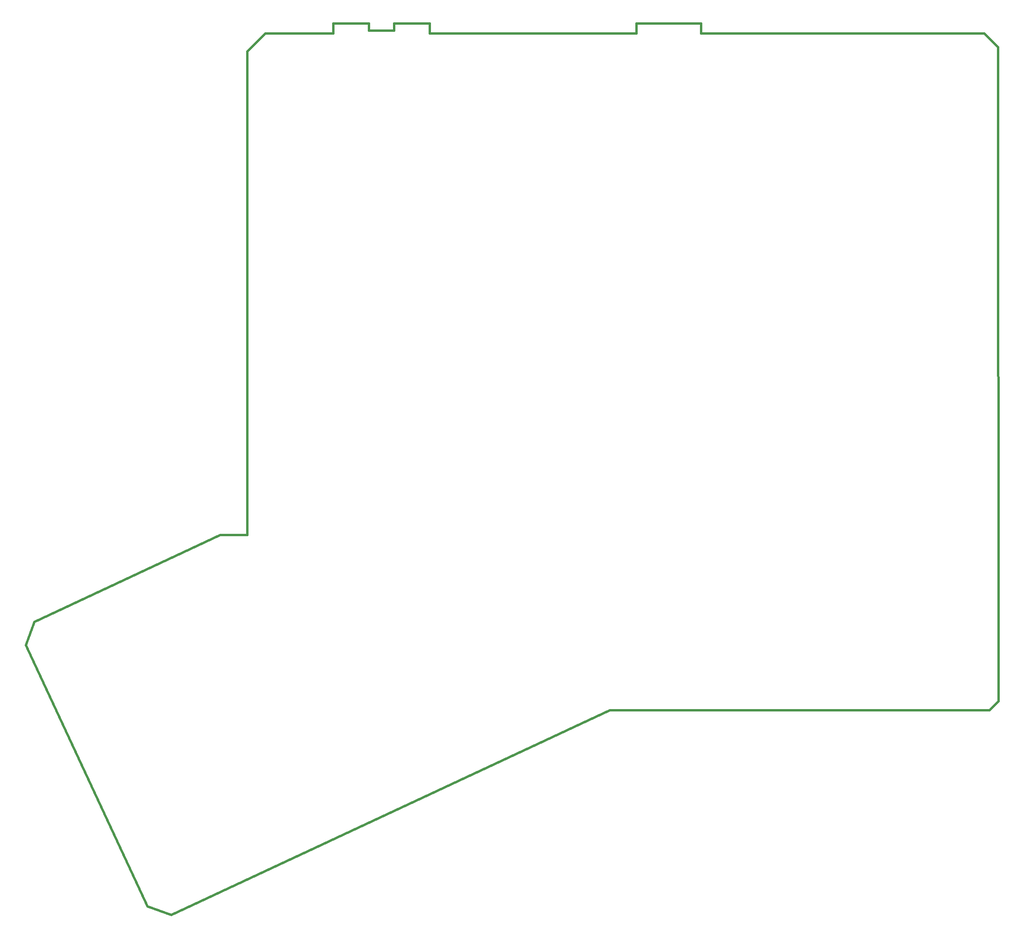
<source format=gbr>
G04 #@! TF.GenerationSoftware,KiCad,Pcbnew,(5.0.1)-rc2*
G04 #@! TF.CreationDate,2018-10-18T10:44:41+02:00*
G04 #@! TF.ProjectId,ErgoDone,4572676F446F6E652E6B696361645F70,rev?*
G04 #@! TF.SameCoordinates,Original*
G04 #@! TF.FileFunction,Profile,NP*
%FSLAX46Y46*%
G04 Gerber Fmt 4.6, Leading zero omitted, Abs format (unit mm)*
G04 Created by KiCad (PCBNEW (5.0.1)-rc2) date 2018-10-18 10:44:41*
%MOMM*%
%LPD*%
G01*
G04 APERTURE LIST*
%ADD10C,0.381000*%
G04 APERTURE END LIST*
D10*
X196469000Y-151257000D02*
X194818000Y-152908000D01*
X196342000Y-34671000D02*
X193929000Y-32258000D01*
X127152400Y-152908000D02*
X194818000Y-152908000D01*
X196469000Y-151257000D02*
X196342000Y-34671000D01*
X193929000Y-32258000D02*
X143408400Y-32258000D01*
X143408400Y-32258000D02*
X143408400Y-30480000D01*
X143408400Y-30480000D02*
X131902200Y-30480000D01*
X131902200Y-30480000D02*
X131902200Y-32258000D01*
X131902200Y-32258000D02*
X95046800Y-32258000D01*
X95046800Y-32258000D02*
X95046800Y-30480000D01*
X95046800Y-30480000D02*
X88709500Y-30480000D01*
X88709500Y-30480000D02*
X88709500Y-31750000D01*
X88709500Y-31750000D02*
X84213700Y-31750000D01*
X84213700Y-31750000D02*
X84213700Y-30480000D01*
X84213700Y-30480000D02*
X77876400Y-30480000D01*
X77876400Y-30480000D02*
X77876400Y-32258000D01*
X77876400Y-32258000D02*
X65811400Y-32258000D01*
X65811400Y-32258000D02*
X62611000Y-35433000D01*
X62611000Y-35433000D02*
X62611000Y-121666000D01*
X62611000Y-121666000D02*
X57708800Y-121666000D01*
X57708800Y-121666000D02*
X24617680Y-137096500D01*
X24617680Y-137096500D02*
X23080980Y-141315440D01*
X23080980Y-141315440D02*
X44764960Y-187817760D01*
X44764960Y-187817760D02*
X48983900Y-189351920D01*
X48983900Y-189351920D02*
X127152400Y-152908000D01*
M02*

</source>
